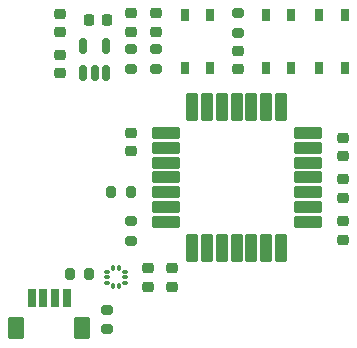
<source format=gtp>
G04 #@! TF.GenerationSoftware,KiCad,Pcbnew,9.0.0*
G04 #@! TF.CreationDate,2025-07-01T12:28:05-04:00*
G04 #@! TF.ProjectId,wio-e5-test,77696f2d-6535-42d7-9465-73742e6b6963,rev?*
G04 #@! TF.SameCoordinates,Original*
G04 #@! TF.FileFunction,Paste,Top*
G04 #@! TF.FilePolarity,Positive*
%FSLAX46Y46*%
G04 Gerber Fmt 4.6, Leading zero omitted, Abs format (unit mm)*
G04 Created by KiCad (PCBNEW 9.0.0) date 2025-07-01 12:28:05*
%MOMM*%
%LPD*%
G01*
G04 APERTURE LIST*
G04 Aperture macros list*
%AMRoundRect*
0 Rectangle with rounded corners*
0 $1 Rounding radius*
0 $2 $3 $4 $5 $6 $7 $8 $9 X,Y pos of 4 corners*
0 Add a 4 corners polygon primitive as box body*
4,1,4,$2,$3,$4,$5,$6,$7,$8,$9,$2,$3,0*
0 Add four circle primitives for the rounded corners*
1,1,$1+$1,$2,$3*
1,1,$1+$1,$4,$5*
1,1,$1+$1,$6,$7*
1,1,$1+$1,$8,$9*
0 Add four rect primitives between the rounded corners*
20,1,$1+$1,$2,$3,$4,$5,0*
20,1,$1+$1,$4,$5,$6,$7,0*
20,1,$1+$1,$6,$7,$8,$9,0*
20,1,$1+$1,$8,$9,$2,$3,0*%
G04 Aperture macros list end*
%ADD10RoundRect,0.100000X1.050000X-0.400000X1.050000X0.400000X-1.050000X0.400000X-1.050000X-0.400000X0*%
%ADD11RoundRect,0.100000X0.400000X1.050000X-0.400000X1.050000X-0.400000X-1.050000X0.400000X-1.050000X0*%
%ADD12RoundRect,0.100000X-1.050000X0.400000X-1.050000X-0.400000X1.050000X-0.400000X1.050000X0.400000X0*%
%ADD13RoundRect,0.100000X-0.400000X-1.050000X0.400000X-1.050000X0.400000X1.050000X-0.400000X1.050000X0*%
%ADD14RoundRect,0.218750X0.256250X-0.218750X0.256250X0.218750X-0.256250X0.218750X-0.256250X-0.218750X0*%
%ADD15RoundRect,0.200000X0.275000X-0.200000X0.275000X0.200000X-0.275000X0.200000X-0.275000X-0.200000X0*%
%ADD16RoundRect,0.225000X0.225000X0.250000X-0.225000X0.250000X-0.225000X-0.250000X0.225000X-0.250000X0*%
%ADD17RoundRect,0.225000X0.250000X-0.225000X0.250000X0.225000X-0.250000X0.225000X-0.250000X-0.225000X0*%
%ADD18RoundRect,0.225000X-0.250000X0.225000X-0.250000X-0.225000X0.250000X-0.225000X0.250000X0.225000X0*%
%ADD19RoundRect,0.200000X0.200000X0.275000X-0.200000X0.275000X-0.200000X-0.275000X0.200000X-0.275000X0*%
%ADD20RoundRect,0.200000X-0.275000X0.200000X-0.275000X-0.200000X0.275000X-0.200000X0.275000X0.200000X0*%
%ADD21RoundRect,0.066040X0.264160X0.708660X-0.264160X0.708660X-0.264160X-0.708660X0.264160X-0.708660X0*%
%ADD22RoundRect,0.129540X0.518160X0.822960X-0.518160X0.822960X-0.518160X-0.822960X0.518160X-0.822960X0*%
%ADD23R,0.711200X0.990600*%
%ADD24RoundRect,0.218750X-0.256250X0.218750X-0.256250X-0.218750X0.256250X-0.218750X0.256250X0.218750X0*%
%ADD25RoundRect,0.087500X-0.087500X0.125000X-0.087500X-0.125000X0.087500X-0.125000X0.087500X0.125000X0*%
%ADD26RoundRect,0.087500X-0.125000X0.087500X-0.125000X-0.087500X0.125000X-0.087500X0.125000X0.087500X0*%
%ADD27RoundRect,0.200000X-0.200000X-0.275000X0.200000X-0.275000X0.200000X0.275000X-0.200000X0.275000X0*%
%ADD28RoundRect,0.150000X0.150000X-0.512500X0.150000X0.512500X-0.150000X0.512500X-0.150000X-0.512500X0*%
G04 APERTURE END LIST*
D10*
G04 #@! TO.C,U3*
X151467500Y-138545000D03*
X151467500Y-139795000D03*
X151467500Y-141045000D03*
X151467500Y-142295000D03*
X151467500Y-143545000D03*
X151467500Y-144795000D03*
X151467500Y-146045000D03*
D11*
X153717500Y-148295000D03*
X154967500Y-148295000D03*
X156217500Y-148295000D03*
X157467500Y-148295000D03*
X158717500Y-148295000D03*
X159967500Y-148295000D03*
X161217500Y-148295000D03*
D12*
X163467500Y-146045000D03*
X163467500Y-144795000D03*
X163467500Y-143545000D03*
X163467500Y-142295000D03*
X163467500Y-141045000D03*
X163467500Y-139795000D03*
X163467500Y-138545000D03*
D13*
X161217500Y-136295000D03*
X159967500Y-136295000D03*
X158717500Y-136295000D03*
X157467500Y-136295000D03*
X156217500Y-136295000D03*
X154967500Y-136295000D03*
X153717500Y-136295000D03*
G04 #@! TD*
D14*
G04 #@! TO.C,L1*
X166500000Y-144000000D03*
X166500000Y-142425000D03*
G04 #@! TD*
D15*
G04 #@! TO.C,R5*
X150600000Y-133100000D03*
X150600000Y-131450000D03*
G04 #@! TD*
D16*
G04 #@! TO.C,C5*
X146500000Y-129000000D03*
X144950000Y-129000000D03*
G04 #@! TD*
D17*
G04 #@! TO.C,C8*
X166500000Y-140500000D03*
X166500000Y-138950000D03*
G04 #@! TD*
D18*
G04 #@! TO.C,C1*
X152000000Y-150000000D03*
X152000000Y-151550000D03*
G04 #@! TD*
D19*
G04 #@! TO.C,R7*
X148500000Y-143500000D03*
X146850000Y-143500000D03*
G04 #@! TD*
D20*
G04 #@! TO.C,R4*
X157600000Y-128400000D03*
X157600000Y-130050000D03*
G04 #@! TD*
G04 #@! TO.C,R6*
X148500000Y-146000000D03*
X148500000Y-147650000D03*
G04 #@! TD*
D17*
G04 #@! TO.C,C4*
X142500000Y-130000000D03*
X142500000Y-128450000D03*
G04 #@! TD*
D18*
G04 #@! TO.C,C6*
X148500000Y-138500000D03*
X148500000Y-140050000D03*
G04 #@! TD*
D20*
G04 #@! TO.C,R3*
X146500000Y-153500000D03*
X146500000Y-155150000D03*
G04 #@! TD*
D21*
G04 #@! TO.C,J6*
X143100000Y-152500000D03*
X142099999Y-152500000D03*
X141100001Y-152500000D03*
X140100000Y-152500000D03*
D22*
X144399999Y-155080000D03*
X138800001Y-155080000D03*
G04 #@! TD*
D23*
G04 #@! TO.C,SW2*
X153100000Y-133000000D03*
X153100000Y-128499998D03*
X155249998Y-133000000D03*
X155249998Y-128499998D03*
G04 #@! TD*
G04 #@! TO.C,SW3*
X162100000Y-128499998D03*
X162100000Y-133000000D03*
X159950002Y-128499998D03*
X159950002Y-133000000D03*
G04 #@! TD*
D17*
G04 #@! TO.C,C9*
X157600000Y-133100000D03*
X157600000Y-131550000D03*
G04 #@! TD*
D24*
G04 #@! TO.C,D2*
X150600000Y-128400000D03*
X150600000Y-129975000D03*
G04 #@! TD*
D17*
G04 #@! TO.C,C3*
X142500000Y-133450000D03*
X142500000Y-131900000D03*
G04 #@! TD*
D25*
G04 #@! TO.C,U2*
X147500000Y-150000000D03*
X147000000Y-150000000D03*
D26*
X146487500Y-150262500D03*
X146487500Y-150762500D03*
X146487500Y-151262500D03*
D25*
X147000000Y-151525000D03*
X147500000Y-151525000D03*
D26*
X148012500Y-151262500D03*
X148012500Y-150762500D03*
X148012500Y-150262500D03*
G04 #@! TD*
D24*
G04 #@! TO.C,D1*
X148500000Y-128400000D03*
X148500000Y-129975000D03*
G04 #@! TD*
D27*
G04 #@! TO.C,R2*
X143350000Y-150500000D03*
X145000000Y-150500000D03*
G04 #@! TD*
D18*
G04 #@! TO.C,C2*
X150000000Y-150000000D03*
X150000000Y-151550000D03*
G04 #@! TD*
D28*
G04 #@! TO.C,U1*
X144500000Y-133450000D03*
X145450000Y-133450000D03*
X146400000Y-133450000D03*
X146400000Y-131175000D03*
X144500000Y-131175000D03*
G04 #@! TD*
D23*
G04 #@! TO.C,SW1*
X164450002Y-133000000D03*
X164450002Y-128499998D03*
X166600000Y-133000000D03*
X166600000Y-128499998D03*
G04 #@! TD*
D15*
G04 #@! TO.C,R1*
X148500000Y-133100000D03*
X148500000Y-131450000D03*
G04 #@! TD*
D18*
G04 #@! TO.C,C7*
X166500000Y-146000000D03*
X166500000Y-147550000D03*
G04 #@! TD*
M02*

</source>
